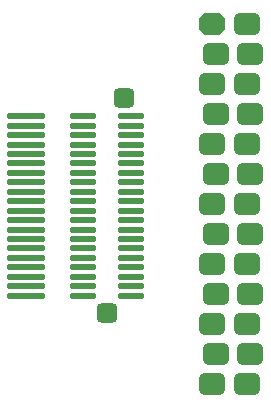
<source format=gbr>
%TF.GenerationSoftware,Altium Limited,Altium Designer,25.5.2 (35)*%
G04 Layer_Color=16711935*
%FSLAX45Y45*%
%MOMM*%
%TF.SameCoordinates,F9D1B48F-3E51-4A7C-A873-13CCE31A6061*%
%TF.FilePolarity,Negative*%
%TF.FileFunction,Soldermask,Bot*%
%TF.Part,Single*%
G01*
G75*
%TA.AperFunction,SMDPad,CuDef*%
G04:AMPARAMS|DCode=22|XSize=2.28mm|YSize=0.58mm|CornerRadius=0.165mm|HoleSize=0mm|Usage=FLASHONLY|Rotation=180.000|XOffset=0mm|YOffset=0mm|HoleType=Round|Shape=RoundedRectangle|*
%AMROUNDEDRECTD22*
21,1,2.28000,0.25000,0,0,180.0*
21,1,1.95000,0.58000,0,0,180.0*
1,1,0.33000,-0.97500,0.12500*
1,1,0.33000,0.97500,0.12500*
1,1,0.33000,0.97500,-0.12500*
1,1,0.33000,-0.97500,-0.12500*
%
%ADD22ROUNDEDRECTD22*%
G04:AMPARAMS|DCode=23|XSize=3.28mm|YSize=0.58mm|CornerRadius=0.165mm|HoleSize=0mm|Usage=FLASHONLY|Rotation=0.000|XOffset=0mm|YOffset=0mm|HoleType=Round|Shape=RoundedRectangle|*
%AMROUNDEDRECTD23*
21,1,3.28000,0.25000,0,0,0.0*
21,1,2.95000,0.58000,0,0,0.0*
1,1,0.33000,1.47500,-0.12500*
1,1,0.33000,-1.47500,-0.12500*
1,1,0.33000,-1.47500,0.12500*
1,1,0.33000,1.47500,0.12500*
%
%ADD23ROUNDEDRECTD23*%
%TA.AperFunction,ComponentPad*%
G04:AMPARAMS|DCode=24|XSize=1.85mm|YSize=2.25mm|CornerRadius=0.5mm|HoleSize=0mm|Usage=FLASHONLY|Rotation=270.000|XOffset=0mm|YOffset=0mm|HoleType=Round|Shape=RoundedRectangle|*
%AMROUNDEDRECTD24*
21,1,1.85000,1.25001,0,0,270.0*
21,1,0.85000,2.25000,0,0,270.0*
1,1,1.00000,-0.62500,-0.42500*
1,1,1.00000,-0.62500,0.42500*
1,1,1.00000,0.62500,0.42500*
1,1,1.00000,0.62500,-0.42500*
%
%ADD24ROUNDEDRECTD24*%
G04:AMPARAMS|DCode=25|XSize=1.85mm|YSize=2.25mm|CornerRadius=0mm|HoleSize=0mm|Usage=FLASHONLY|Rotation=270.000|XOffset=0mm|YOffset=0mm|HoleType=Round|Shape=Octagon|*
%AMOCTAGOND25*
4,1,8,1.12500,0.46250,1.12500,-0.46250,0.66250,-0.92500,-0.66250,-0.92500,-1.12500,-0.46250,-1.12500,0.46250,-0.66250,0.92500,0.66250,0.92500,1.12500,0.46250,0.0*
%
%ADD25OCTAGOND25*%

G04:AMPARAMS|DCode=26|XSize=1.7mm|YSize=1.75mm|CornerRadius=0.4625mm|HoleSize=0mm|Usage=FLASHONLY|Rotation=270.000|XOffset=0mm|YOffset=0mm|HoleType=Round|Shape=RoundedRectangle|*
%AMROUNDEDRECTD26*
21,1,1.70000,0.82500,0,0,270.0*
21,1,0.77500,1.75000,0,0,270.0*
1,1,0.92500,-0.41250,-0.38750*
1,1,0.92500,-0.41250,0.38750*
1,1,0.92500,0.41250,0.38750*
1,1,0.92500,0.41250,-0.38750*
%
%ADD26ROUNDEDRECTD26*%
D22*
X1185999Y2500000D02*
D03*
X779999D02*
D03*
X1185999Y2420000D02*
D03*
Y2340000D02*
D03*
Y2260000D02*
D03*
Y2180000D02*
D03*
Y2100000D02*
D03*
Y2020000D02*
D03*
Y1940000D02*
D03*
Y1860000D02*
D03*
Y1780000D02*
D03*
Y1700000D02*
D03*
Y1620000D02*
D03*
Y1540000D02*
D03*
Y1460000D02*
D03*
Y1380000D02*
D03*
Y1300000D02*
D03*
Y1220000D02*
D03*
Y1140000D02*
D03*
Y1060000D02*
D03*
Y980000D02*
D03*
X779999Y2420000D02*
D03*
Y2340000D02*
D03*
Y2260000D02*
D03*
Y2180000D02*
D03*
Y2100000D02*
D03*
Y2020000D02*
D03*
Y1940000D02*
D03*
Y1860000D02*
D03*
Y1780000D02*
D03*
Y1700000D02*
D03*
Y1620000D02*
D03*
Y1540000D02*
D03*
Y1460000D02*
D03*
Y1380000D02*
D03*
Y1300000D02*
D03*
Y1220000D02*
D03*
Y1140000D02*
D03*
Y1060000D02*
D03*
Y980000D02*
D03*
D23*
X300000Y2500000D02*
D03*
Y2260000D02*
D03*
Y2340000D02*
D03*
Y2420000D02*
D03*
Y2100000D02*
D03*
Y2180000D02*
D03*
Y2020000D02*
D03*
Y1940000D02*
D03*
Y1860000D02*
D03*
Y1780000D02*
D03*
Y1700000D02*
D03*
Y1620000D02*
D03*
Y1540000D02*
D03*
Y1460000D02*
D03*
Y1380000D02*
D03*
Y1300000D02*
D03*
Y1220000D02*
D03*
Y1140000D02*
D03*
Y1060000D02*
D03*
Y980000D02*
D03*
D24*
X2174000Y232000D02*
D03*
X2200000Y486000D02*
D03*
X2174000Y740000D02*
D03*
X2200000Y994000D02*
D03*
X2174000Y1248000D02*
D03*
X2200000Y1502000D02*
D03*
X2174000Y1756000D02*
D03*
X2200000Y2010000D02*
D03*
X2174000Y2264000D02*
D03*
X2200000Y2518000D02*
D03*
X2174000Y2772000D02*
D03*
X2200000Y3026000D02*
D03*
X2174000Y3280000D02*
D03*
X1880000Y232000D02*
D03*
X1906000Y486000D02*
D03*
X1880000Y740000D02*
D03*
X1906000Y994000D02*
D03*
X1880000Y1248000D02*
D03*
X1906000Y1502000D02*
D03*
X1880000Y1756000D02*
D03*
X1906000Y2010000D02*
D03*
X1880000Y2264000D02*
D03*
X1906000Y2518000D02*
D03*
X1880000Y2772000D02*
D03*
X1906000Y3026000D02*
D03*
D25*
X1880000Y3280000D02*
D03*
D26*
X982999Y830000D02*
D03*
X1132999Y2650000D02*
D03*
%TF.MD5,3f64e12b9403655939e0fcc74328ca3d*%
M02*

</source>
